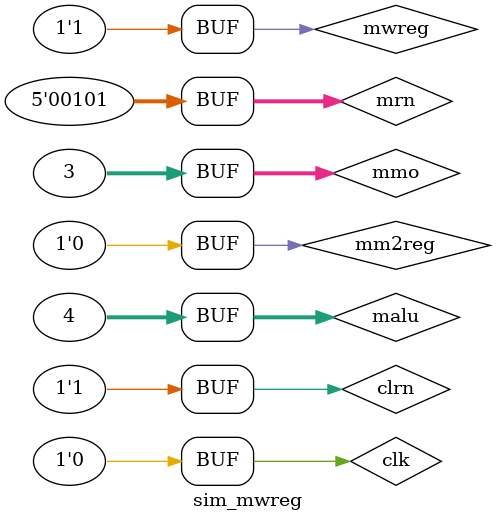
<source format=v>
`timescale 1ns / 1ps


module sim_mwreg(

    );

reg [31:0] mmo,malu;
reg [4:0] mrn;
reg mwreg,mm2reg;
reg clk,clrn;
wire [31:0] wmo,walu;
wire [4:0] wrn;
wire wwreg,wm2reg;

pipemwreg uut1(mwreg,mm2reg,mmo,malu,mrn,clk,clrn,
wwreg,wm2reg,wmo,walu,wrn);

always
begin
mmo=32'd0;
malu=32'd0;
mrn=5'd0;
mwreg=1'd0;
mm2reg=1'd0;
clk=0;
clrn=1;
#5;
clrn=0;
#5;
clrn=1;

mmo=32'd7;
malu=32'd8;
mrn=5'd9;
mwreg=1'd1;
mm2reg=1'd1;
clk=1;
#5;
clk=0;
#5;

mmo=32'd8;
malu=32'd9;
mrn=5'd10;
mwreg=1'd0;
mm2reg=1'd0;
clk=1;
#5;
clk=0;
#5;

mmo=32'd3;
malu=32'd4;
mrn=5'd5;
mwreg=1'd1;
mm2reg=1'd0;
clk=1;
#5;
clk=0;
#5;

#500;

end
 
endmodule

</source>
